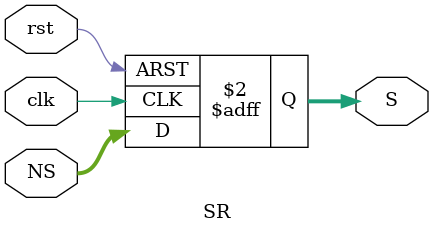
<source format=v>
`timescale 1ns / 1ps

module SR(
    input wire clk,           // 时钟信号
    input wire rst,           // 复位信号
    input wire [3:0] NS,   // 下一状态输入 (NS3, NS2, NS1, NS0)
    output reg [3:0] S   // 当前状态输出
);

// 状态寄存器
always @(posedge clk or posedge rst) begin
    if (rst) begin
        S <= 4'b0000;  // 复位时回到初始状态（通常是取指状态）
    end else begin
        S <= NS;    // 每个时钟更新状态
    end
end

endmodule
</source>
